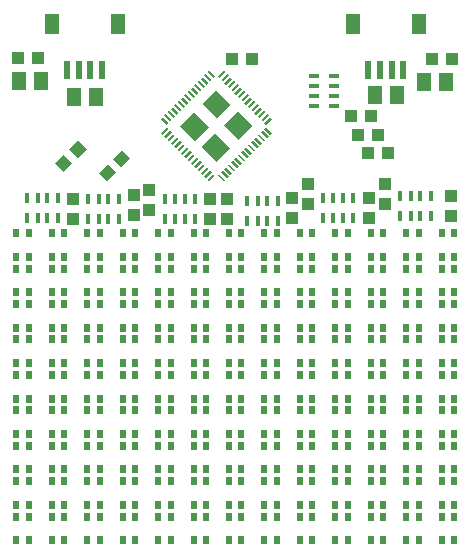
<source format=gbr>
G04 EAGLE Gerber RS-274X export*
G75*
%MOMM*%
%FSLAX34Y34*%
%LPD*%
%INSolderpaste Top*%
%IPPOS*%
%AMOC8*
5,1,8,0,0,1.08239X$1,22.5*%
G01*
%ADD10R,1.240000X1.500000*%
%ADD11R,0.700000X0.200000*%
%ADD12R,1.651000X1.778000*%
%ADD13R,0.900000X0.450000*%
%ADD14R,1.075000X1.000000*%
%ADD15R,0.500000X0.750000*%
%ADD16R,0.450000X0.900000*%
%ADD17R,1.000000X1.075000*%
%ADD18R,0.600000X1.550000*%
%ADD19R,1.200000X1.800000*%


D10*
X58380Y381910D03*
X77380Y381910D03*
X313290Y383350D03*
X332290Y383350D03*
X30570Y395040D03*
X11570Y395040D03*
D11*
G36*
X226147Y363330D02*
X221199Y358382D01*
X219785Y359796D01*
X224733Y364744D01*
X226147Y363330D01*
G37*
G36*
X223318Y366158D02*
X218370Y361210D01*
X216956Y362624D01*
X221904Y367572D01*
X223318Y366158D01*
G37*
G36*
X220490Y368986D02*
X215542Y364038D01*
X214128Y365452D01*
X219076Y370400D01*
X220490Y368986D01*
G37*
G36*
X217661Y371815D02*
X212713Y366867D01*
X211299Y368281D01*
X216247Y373229D01*
X217661Y371815D01*
G37*
G36*
X214833Y374643D02*
X209885Y369695D01*
X208471Y371109D01*
X213419Y376057D01*
X214833Y374643D01*
G37*
G36*
X212004Y377472D02*
X207056Y372524D01*
X205642Y373938D01*
X210590Y378886D01*
X212004Y377472D01*
G37*
G36*
X209176Y380300D02*
X204228Y375352D01*
X202814Y376766D01*
X207762Y381714D01*
X209176Y380300D01*
G37*
G36*
X206348Y383129D02*
X201400Y378181D01*
X199986Y379595D01*
X204934Y384543D01*
X206348Y383129D01*
G37*
G36*
X203519Y385957D02*
X198571Y381009D01*
X197157Y382423D01*
X202105Y387371D01*
X203519Y385957D01*
G37*
G36*
X200691Y388785D02*
X195743Y383837D01*
X194329Y385251D01*
X199277Y390199D01*
X200691Y388785D01*
G37*
G36*
X197862Y391614D02*
X192914Y386666D01*
X191500Y388080D01*
X196448Y393028D01*
X197862Y391614D01*
G37*
G36*
X195034Y394442D02*
X190086Y389494D01*
X188672Y390908D01*
X193620Y395856D01*
X195034Y394442D01*
G37*
G36*
X192205Y397271D02*
X187257Y392323D01*
X185843Y393737D01*
X190791Y398685D01*
X192205Y397271D01*
G37*
G36*
X189377Y400099D02*
X184429Y395151D01*
X183015Y396565D01*
X187963Y401513D01*
X189377Y400099D01*
G37*
G36*
X186549Y402928D02*
X181601Y397980D01*
X180187Y399394D01*
X185135Y404342D01*
X186549Y402928D01*
G37*
G36*
X173115Y404342D02*
X178063Y399394D01*
X176649Y397980D01*
X171701Y402928D01*
X173115Y404342D01*
G37*
G36*
X170287Y401513D02*
X175235Y396565D01*
X173821Y395151D01*
X168873Y400099D01*
X170287Y401513D01*
G37*
G36*
X167459Y398685D02*
X172407Y393737D01*
X170993Y392323D01*
X166045Y397271D01*
X167459Y398685D01*
G37*
G36*
X164630Y395856D02*
X169578Y390908D01*
X168164Y389494D01*
X163216Y394442D01*
X164630Y395856D01*
G37*
G36*
X161802Y393028D02*
X166750Y388080D01*
X165336Y386666D01*
X160388Y391614D01*
X161802Y393028D01*
G37*
G36*
X158973Y390199D02*
X163921Y385251D01*
X162507Y383837D01*
X157559Y388785D01*
X158973Y390199D01*
G37*
G36*
X156145Y387371D02*
X161093Y382423D01*
X159679Y381009D01*
X154731Y385957D01*
X156145Y387371D01*
G37*
G36*
X153316Y384543D02*
X158264Y379595D01*
X156850Y378181D01*
X151902Y383129D01*
X153316Y384543D01*
G37*
G36*
X150488Y381714D02*
X155436Y376766D01*
X154022Y375352D01*
X149074Y380300D01*
X150488Y381714D01*
G37*
G36*
X147660Y378886D02*
X152608Y373938D01*
X151194Y372524D01*
X146246Y377472D01*
X147660Y378886D01*
G37*
G36*
X144831Y376057D02*
X149779Y371109D01*
X148365Y369695D01*
X143417Y374643D01*
X144831Y376057D01*
G37*
G36*
X142003Y373229D02*
X146951Y368281D01*
X145537Y366867D01*
X140589Y371815D01*
X142003Y373229D01*
G37*
G36*
X139174Y370400D02*
X144122Y365452D01*
X142708Y364038D01*
X137760Y368986D01*
X139174Y370400D01*
G37*
G36*
X136346Y367572D02*
X141294Y362624D01*
X139880Y361210D01*
X134932Y366158D01*
X136346Y367572D01*
G37*
G36*
X133517Y364744D02*
X138465Y359796D01*
X137051Y358382D01*
X132103Y363330D01*
X133517Y364744D01*
G37*
G36*
X132103Y351310D02*
X137051Y356258D01*
X138465Y354844D01*
X133517Y349896D01*
X132103Y351310D01*
G37*
G36*
X134932Y348482D02*
X139880Y353430D01*
X141294Y352016D01*
X136346Y347068D01*
X134932Y348482D01*
G37*
G36*
X137760Y345654D02*
X142708Y350602D01*
X144122Y349188D01*
X139174Y344240D01*
X137760Y345654D01*
G37*
G36*
X140589Y342825D02*
X145537Y347773D01*
X146951Y346359D01*
X142003Y341411D01*
X140589Y342825D01*
G37*
G36*
X143417Y339997D02*
X148365Y344945D01*
X149779Y343531D01*
X144831Y338583D01*
X143417Y339997D01*
G37*
G36*
X146246Y337168D02*
X151194Y342116D01*
X152608Y340702D01*
X147660Y335754D01*
X146246Y337168D01*
G37*
G36*
X149074Y334340D02*
X154022Y339288D01*
X155436Y337874D01*
X150488Y332926D01*
X149074Y334340D01*
G37*
G36*
X151902Y331511D02*
X156850Y336459D01*
X158264Y335045D01*
X153316Y330097D01*
X151902Y331511D01*
G37*
G36*
X154731Y328683D02*
X159679Y333631D01*
X161093Y332217D01*
X156145Y327269D01*
X154731Y328683D01*
G37*
G36*
X157559Y325855D02*
X162507Y330803D01*
X163921Y329389D01*
X158973Y324441D01*
X157559Y325855D01*
G37*
G36*
X160388Y323026D02*
X165336Y327974D01*
X166750Y326560D01*
X161802Y321612D01*
X160388Y323026D01*
G37*
G36*
X163216Y320198D02*
X168164Y325146D01*
X169578Y323732D01*
X164630Y318784D01*
X163216Y320198D01*
G37*
G36*
X166045Y317369D02*
X170993Y322317D01*
X172407Y320903D01*
X167459Y315955D01*
X166045Y317369D01*
G37*
G36*
X168873Y314541D02*
X173821Y319489D01*
X175235Y318075D01*
X170287Y313127D01*
X168873Y314541D01*
G37*
G36*
X171701Y311712D02*
X176649Y316660D01*
X178063Y315246D01*
X173115Y310298D01*
X171701Y311712D01*
G37*
G36*
X185135Y310298D02*
X180187Y315246D01*
X181601Y316660D01*
X186549Y311712D01*
X185135Y310298D01*
G37*
G36*
X187963Y313127D02*
X183015Y318075D01*
X184429Y319489D01*
X189377Y314541D01*
X187963Y313127D01*
G37*
G36*
X190791Y315955D02*
X185843Y320903D01*
X187257Y322317D01*
X192205Y317369D01*
X190791Y315955D01*
G37*
G36*
X193620Y318784D02*
X188672Y323732D01*
X190086Y325146D01*
X195034Y320198D01*
X193620Y318784D01*
G37*
G36*
X196448Y321612D02*
X191500Y326560D01*
X192914Y327974D01*
X197862Y323026D01*
X196448Y321612D01*
G37*
G36*
X199277Y324441D02*
X194329Y329389D01*
X195743Y330803D01*
X200691Y325855D01*
X199277Y324441D01*
G37*
G36*
X202105Y327269D02*
X197157Y332217D01*
X198571Y333631D01*
X203519Y328683D01*
X202105Y327269D01*
G37*
G36*
X204934Y330097D02*
X199986Y335045D01*
X201400Y336459D01*
X206348Y331511D01*
X204934Y330097D01*
G37*
G36*
X207762Y332926D02*
X202814Y337874D01*
X204228Y339288D01*
X209176Y334340D01*
X207762Y332926D01*
G37*
G36*
X210590Y335754D02*
X205642Y340702D01*
X207056Y342116D01*
X212004Y337168D01*
X210590Y335754D01*
G37*
G36*
X213419Y338583D02*
X208471Y343531D01*
X209885Y344945D01*
X214833Y339997D01*
X213419Y338583D01*
G37*
G36*
X216247Y341411D02*
X211299Y346359D01*
X212713Y347773D01*
X217661Y342825D01*
X216247Y341411D01*
G37*
G36*
X219076Y344240D02*
X214128Y349188D01*
X215542Y350602D01*
X220490Y345654D01*
X219076Y344240D01*
G37*
G36*
X221904Y347068D02*
X216956Y352016D01*
X218370Y353430D01*
X223318Y348482D01*
X221904Y347068D01*
G37*
G36*
X224733Y349896D02*
X219785Y354844D01*
X221199Y356258D01*
X226147Y351310D01*
X224733Y349896D01*
G37*
D12*
G36*
X185412Y358218D02*
X197086Y369892D01*
X209658Y357320D01*
X197984Y345646D01*
X185412Y358218D01*
G37*
G36*
X166553Y339359D02*
X178227Y351033D01*
X190799Y338461D01*
X179125Y326787D01*
X166553Y339359D01*
G37*
G36*
X148592Y357320D02*
X160266Y368994D01*
X172838Y356422D01*
X161164Y344748D01*
X148592Y357320D01*
G37*
G36*
X167451Y376179D02*
X179125Y387853D01*
X191697Y375281D01*
X180023Y363607D01*
X167451Y376179D01*
G37*
D13*
X278540Y399840D03*
X261540Y399840D03*
X278540Y390840D03*
X278540Y382840D03*
X278540Y373840D03*
X261540Y373840D03*
X261540Y390840D03*
X261540Y382840D03*
D14*
X209180Y413935D03*
X192180Y413935D03*
D15*
X9750Y246500D03*
X20250Y246500D03*
X20250Y266500D03*
X9750Y266500D03*
X39750Y246500D03*
X50250Y246500D03*
X50250Y266500D03*
X39750Y266500D03*
X69750Y246500D03*
X80250Y246500D03*
X80250Y266500D03*
X69750Y266500D03*
X99750Y246500D03*
X110250Y246500D03*
X110250Y266500D03*
X99750Y266500D03*
X129750Y246500D03*
X140250Y246500D03*
X140250Y266500D03*
X129750Y266500D03*
X159750Y246500D03*
X170250Y246500D03*
X170250Y266500D03*
X159750Y266500D03*
X189750Y246500D03*
X200250Y246500D03*
X200250Y266500D03*
X189750Y266500D03*
X219750Y246500D03*
X230250Y246500D03*
X230250Y266500D03*
X219750Y266500D03*
X249750Y246500D03*
X260250Y246500D03*
X260250Y266500D03*
X249750Y266500D03*
X279750Y246500D03*
X290250Y246500D03*
X290250Y266500D03*
X279750Y266500D03*
X309750Y246500D03*
X320250Y246500D03*
X320250Y266500D03*
X309750Y266500D03*
X339750Y246500D03*
X350250Y246500D03*
X350250Y266500D03*
X339750Y266500D03*
X369750Y246500D03*
X380250Y246500D03*
X380250Y266500D03*
X369750Y266500D03*
X9750Y216500D03*
X20250Y216500D03*
X20250Y236500D03*
X9750Y236500D03*
X39750Y216500D03*
X50250Y216500D03*
X50250Y236500D03*
X39750Y236500D03*
X69750Y216500D03*
X80250Y216500D03*
X80250Y236500D03*
X69750Y236500D03*
X99750Y216500D03*
X110250Y216500D03*
X110250Y236500D03*
X99750Y236500D03*
X129750Y216500D03*
X140250Y216500D03*
X140250Y236500D03*
X129750Y236500D03*
X159750Y216500D03*
X170250Y216500D03*
X170250Y236500D03*
X159750Y236500D03*
X189750Y216500D03*
X200250Y216500D03*
X200250Y236500D03*
X189750Y236500D03*
X219750Y216500D03*
X230250Y216500D03*
X230250Y236500D03*
X219750Y236500D03*
X249750Y216500D03*
X260250Y216500D03*
X260250Y236500D03*
X249750Y236500D03*
X279750Y216500D03*
X290250Y216500D03*
X290250Y236500D03*
X279750Y236500D03*
X309750Y216500D03*
X320250Y216500D03*
X320250Y236500D03*
X309750Y236500D03*
X339750Y216500D03*
X350250Y216500D03*
X350250Y236500D03*
X339750Y236500D03*
X369750Y216500D03*
X380250Y216500D03*
X380250Y236500D03*
X369750Y236500D03*
X9750Y186500D03*
X20250Y186500D03*
X20250Y206500D03*
X9750Y206500D03*
X39750Y186500D03*
X50250Y186500D03*
X50250Y206500D03*
X39750Y206500D03*
X69750Y186500D03*
X80250Y186500D03*
X80250Y206500D03*
X69750Y206500D03*
X99750Y186500D03*
X110250Y186500D03*
X110250Y206500D03*
X99750Y206500D03*
X129750Y186500D03*
X140250Y186500D03*
X140250Y206500D03*
X129750Y206500D03*
X159750Y186500D03*
X170250Y186500D03*
X170250Y206500D03*
X159750Y206500D03*
X189750Y186500D03*
X200250Y186500D03*
X200250Y206500D03*
X189750Y206500D03*
X219750Y186500D03*
X230250Y186500D03*
X230250Y206500D03*
X219750Y206500D03*
X249750Y186500D03*
X260250Y186500D03*
X260250Y206500D03*
X249750Y206500D03*
X279750Y186500D03*
X290250Y186500D03*
X290250Y206500D03*
X279750Y206500D03*
X309750Y186500D03*
X320250Y186500D03*
X320250Y206500D03*
X309750Y206500D03*
X339750Y186500D03*
X350250Y186500D03*
X350250Y206500D03*
X339750Y206500D03*
X369750Y186500D03*
X380250Y186500D03*
X380250Y206500D03*
X369750Y206500D03*
X9750Y156500D03*
X20250Y156500D03*
X20250Y176500D03*
X9750Y176500D03*
X39750Y156500D03*
X50250Y156500D03*
X50250Y176500D03*
X39750Y176500D03*
X69750Y156500D03*
X80250Y156500D03*
X80250Y176500D03*
X69750Y176500D03*
X99750Y156500D03*
X110250Y156500D03*
X110250Y176500D03*
X99750Y176500D03*
X129750Y156500D03*
X140250Y156500D03*
X140250Y176500D03*
X129750Y176500D03*
X159750Y156500D03*
X170250Y156500D03*
X170250Y176500D03*
X159750Y176500D03*
X189750Y156500D03*
X200250Y156500D03*
X200250Y176500D03*
X189750Y176500D03*
X219750Y156500D03*
X230250Y156500D03*
X230250Y176500D03*
X219750Y176500D03*
X249750Y156500D03*
X260250Y156500D03*
X260250Y176500D03*
X249750Y176500D03*
X279750Y156500D03*
X290250Y156500D03*
X290250Y176500D03*
X279750Y176500D03*
X309750Y156500D03*
X320250Y156500D03*
X320250Y176500D03*
X309750Y176500D03*
X339750Y156500D03*
X350250Y156500D03*
X350250Y176500D03*
X339750Y176500D03*
X369750Y156500D03*
X380250Y156500D03*
X380250Y176500D03*
X369750Y176500D03*
X9750Y126500D03*
X20250Y126500D03*
X20250Y146500D03*
X9750Y146500D03*
X39750Y126500D03*
X50250Y126500D03*
X50250Y146500D03*
X39750Y146500D03*
X69750Y126500D03*
X80250Y126500D03*
X80250Y146500D03*
X69750Y146500D03*
X99750Y126500D03*
X110250Y126500D03*
X110250Y146500D03*
X99750Y146500D03*
X129750Y126500D03*
X140250Y126500D03*
X140250Y146500D03*
X129750Y146500D03*
X159750Y126500D03*
X170250Y126500D03*
X170250Y146500D03*
X159750Y146500D03*
X189750Y126500D03*
X200250Y126500D03*
X200250Y146500D03*
X189750Y146500D03*
X219750Y126500D03*
X230250Y126500D03*
X230250Y146500D03*
X219750Y146500D03*
X249750Y126500D03*
X260250Y126500D03*
X260250Y146500D03*
X249750Y146500D03*
X279750Y126500D03*
X290250Y126500D03*
X290250Y146500D03*
X279750Y146500D03*
X309750Y126500D03*
X320250Y126500D03*
X320250Y146500D03*
X309750Y146500D03*
X339750Y126500D03*
X350250Y126500D03*
X350250Y146500D03*
X339750Y146500D03*
X369750Y126500D03*
X380250Y126500D03*
X380250Y146500D03*
X369750Y146500D03*
X9750Y96500D03*
X20250Y96500D03*
X20250Y116500D03*
X9750Y116500D03*
X39750Y96500D03*
X50250Y96500D03*
X50250Y116500D03*
X39750Y116500D03*
X69750Y96500D03*
X80250Y96500D03*
X80250Y116500D03*
X69750Y116500D03*
X99750Y96500D03*
X110250Y96500D03*
X110250Y116500D03*
X99750Y116500D03*
X129750Y96500D03*
X140250Y96500D03*
X140250Y116500D03*
X129750Y116500D03*
X159750Y96500D03*
X170250Y96500D03*
X170250Y116500D03*
X159750Y116500D03*
X189750Y96500D03*
X200250Y96500D03*
X200250Y116500D03*
X189750Y116500D03*
X219750Y96500D03*
X230250Y96500D03*
X230250Y116500D03*
X219750Y116500D03*
X249750Y96500D03*
X260250Y96500D03*
X260250Y116500D03*
X249750Y116500D03*
X279750Y96500D03*
X290250Y96500D03*
X290250Y116500D03*
X279750Y116500D03*
X309750Y96500D03*
X320250Y96500D03*
X320250Y116500D03*
X309750Y116500D03*
X339750Y96500D03*
X350250Y96500D03*
X350250Y116500D03*
X339750Y116500D03*
X369750Y96500D03*
X380250Y96500D03*
X380250Y116500D03*
X369750Y116500D03*
X9750Y66500D03*
X20250Y66500D03*
X20250Y86500D03*
X9750Y86500D03*
X39750Y66500D03*
X50250Y66500D03*
X50250Y86500D03*
X39750Y86500D03*
X69750Y66500D03*
X80250Y66500D03*
X80250Y86500D03*
X69750Y86500D03*
X99750Y66500D03*
X110250Y66500D03*
X110250Y86500D03*
X99750Y86500D03*
X129750Y66500D03*
X140250Y66500D03*
X140250Y86500D03*
X129750Y86500D03*
X159750Y66500D03*
X170250Y66500D03*
X170250Y86500D03*
X159750Y86500D03*
X189750Y66500D03*
X200250Y66500D03*
X200250Y86500D03*
X189750Y86500D03*
X219750Y66500D03*
X230250Y66500D03*
X230250Y86500D03*
X219750Y86500D03*
X249750Y66500D03*
X260250Y66500D03*
X260250Y86500D03*
X249750Y86500D03*
X279750Y66500D03*
X290250Y66500D03*
X290250Y86500D03*
X279750Y86500D03*
X309750Y66500D03*
X320250Y66500D03*
X320250Y86500D03*
X309750Y86500D03*
X339750Y66500D03*
X350250Y66500D03*
X350250Y86500D03*
X339750Y86500D03*
X369750Y66500D03*
X380250Y66500D03*
X380250Y86500D03*
X369750Y86500D03*
X9750Y36500D03*
X20250Y36500D03*
X20250Y56500D03*
X9750Y56500D03*
X39750Y36500D03*
X50250Y36500D03*
X50250Y56500D03*
X39750Y56500D03*
X69750Y36500D03*
X80250Y36500D03*
X80250Y56500D03*
X69750Y56500D03*
X99750Y36500D03*
X110250Y36500D03*
X110250Y56500D03*
X99750Y56500D03*
X129750Y36500D03*
X140250Y36500D03*
X140250Y56500D03*
X129750Y56500D03*
X159750Y36500D03*
X170250Y36500D03*
X170250Y56500D03*
X159750Y56500D03*
X189750Y36500D03*
X200250Y36500D03*
X200250Y56500D03*
X189750Y56500D03*
X219750Y36500D03*
X230250Y36500D03*
X230250Y56500D03*
X219750Y56500D03*
X249750Y36500D03*
X260250Y36500D03*
X260250Y56500D03*
X249750Y56500D03*
X279750Y36500D03*
X290250Y36500D03*
X290250Y56500D03*
X279750Y56500D03*
X309750Y36500D03*
X320250Y36500D03*
X320250Y56500D03*
X309750Y56500D03*
X339750Y36500D03*
X350250Y36500D03*
X350250Y56500D03*
X339750Y56500D03*
X369750Y36500D03*
X380250Y36500D03*
X380250Y56500D03*
X369750Y56500D03*
X9750Y6500D03*
X20250Y6500D03*
X20250Y26500D03*
X9750Y26500D03*
X39750Y6500D03*
X50250Y6500D03*
X50250Y26500D03*
X39750Y26500D03*
X69750Y6500D03*
X80250Y6500D03*
X80250Y26500D03*
X69750Y26500D03*
X99750Y6500D03*
X110250Y6500D03*
X110250Y26500D03*
X99750Y26500D03*
X129750Y6500D03*
X140250Y6500D03*
X140250Y26500D03*
X129750Y26500D03*
X159750Y6500D03*
X170250Y6500D03*
X170250Y26500D03*
X159750Y26500D03*
X189750Y6500D03*
X200250Y6500D03*
X200250Y26500D03*
X189750Y26500D03*
X219750Y6500D03*
X230250Y6500D03*
X230250Y26500D03*
X219750Y26500D03*
X249750Y6500D03*
X260250Y6500D03*
X260250Y26500D03*
X249750Y26500D03*
X279750Y6500D03*
X290250Y6500D03*
X290250Y26500D03*
X279750Y26500D03*
X309750Y6500D03*
X320250Y6500D03*
X320250Y26500D03*
X309750Y26500D03*
X339750Y6500D03*
X350250Y6500D03*
X350250Y26500D03*
X339750Y26500D03*
X369750Y6500D03*
X380250Y6500D03*
X380250Y26500D03*
X369750Y26500D03*
D16*
X45070Y279490D03*
X45070Y296490D03*
X36070Y279490D03*
X28070Y279490D03*
X19070Y279490D03*
X19070Y296490D03*
X36070Y296490D03*
X28070Y296490D03*
X96425Y278220D03*
X96425Y295220D03*
X87425Y278220D03*
X79425Y278220D03*
X70425Y278220D03*
X70425Y295220D03*
X87425Y295220D03*
X79425Y295220D03*
X161195Y278220D03*
X161195Y295220D03*
X152195Y278220D03*
X144195Y278220D03*
X135195Y278220D03*
X135195Y295220D03*
X152195Y295220D03*
X144195Y295220D03*
X231045Y276950D03*
X231045Y293950D03*
X222045Y276950D03*
X214045Y276950D03*
X205045Y276950D03*
X205045Y293950D03*
X222045Y293950D03*
X214045Y293950D03*
X295180Y279490D03*
X295180Y296490D03*
X286180Y279490D03*
X278180Y279490D03*
X269180Y279490D03*
X269180Y296490D03*
X286180Y296490D03*
X278180Y296490D03*
X360585Y281395D03*
X360585Y298395D03*
X351585Y281395D03*
X343585Y281395D03*
X334585Y281395D03*
X334585Y298395D03*
X351585Y298395D03*
X343585Y298395D03*
D14*
G36*
X54544Y337535D02*
X62145Y345136D01*
X69216Y338065D01*
X61615Y330464D01*
X54544Y337535D01*
G37*
G36*
X42524Y325515D02*
X50125Y333116D01*
X57196Y326045D01*
X49595Y318444D01*
X42524Y325515D01*
G37*
D17*
X58025Y295220D03*
X58025Y278220D03*
D14*
G36*
X91689Y329476D02*
X99290Y337077D01*
X106361Y330006D01*
X98760Y322405D01*
X91689Y329476D01*
G37*
G36*
X79668Y317455D02*
X87269Y325056D01*
X94340Y317985D01*
X86739Y310384D01*
X79668Y317455D01*
G37*
D17*
X109460Y299030D03*
X109460Y282030D03*
X122160Y302840D03*
X122160Y285840D03*
X173595Y295220D03*
X173595Y278220D03*
X243445Y296490D03*
X243445Y279490D03*
X187883Y295165D03*
X187883Y278165D03*
X256780Y308555D03*
X256780Y291555D03*
X308215Y296490D03*
X308215Y279490D03*
X321550Y307920D03*
X321550Y290920D03*
D14*
X307522Y334250D03*
X324522Y334250D03*
X293365Y365460D03*
X310365Y365460D03*
D17*
X378065Y297760D03*
X378065Y280760D03*
D14*
X299140Y349490D03*
X316140Y349490D03*
D18*
X327500Y404860D03*
X317500Y404860D03*
X337500Y404860D03*
X307500Y404860D03*
D19*
X350500Y443860D03*
X294500Y443860D03*
D18*
X72500Y404860D03*
X62500Y404860D03*
X82500Y404860D03*
X52500Y404860D03*
D19*
X95500Y443860D03*
X39500Y443860D03*
D14*
X28100Y414685D03*
X11100Y414685D03*
D10*
X354900Y394820D03*
X373900Y394820D03*
D14*
X361900Y414325D03*
X378900Y414325D03*
M02*

</source>
